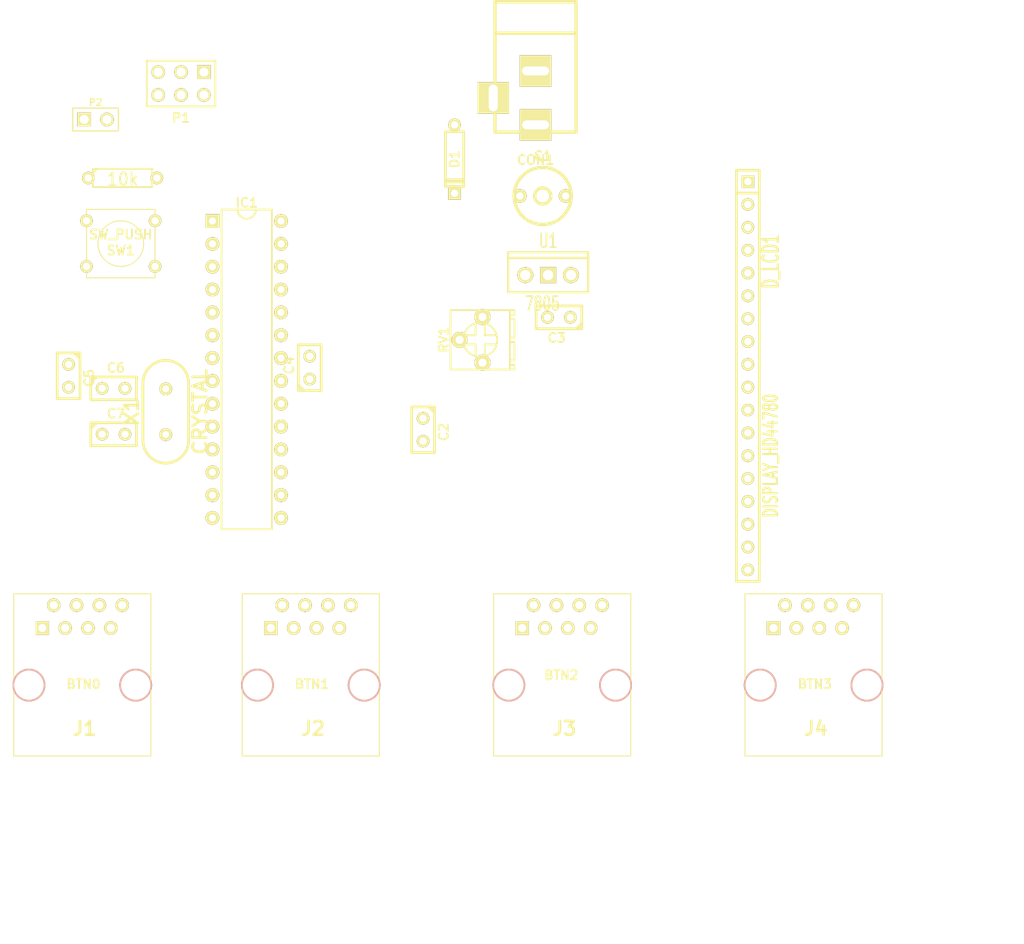
<source format=kicad_pcb>
(kicad_pcb (version 3) (host pcbnew "(2013-mar-30)-stable")

  (general
    (links 69)
    (no_connects 69)
    (area 24 12.454879 140.458334 119)
    (thickness 1.6)
    (drawings 2)
    (tracks 0)
    (zones 0)
    (modules 22)
    (nets 28)
  )

  (page A3)
  (layers
    (15 F.Cu signal)
    (0 B.Cu signal)
    (16 B.Adhes user)
    (17 F.Adhes user)
    (18 B.Paste user)
    (19 F.Paste user)
    (20 B.SilkS user)
    (21 F.SilkS user)
    (22 B.Mask user)
    (23 F.Mask user)
    (24 Dwgs.User user)
    (25 Cmts.User user)
    (26 Eco1.User user)
    (27 Eco2.User user)
    (28 Edge.Cuts user)
  )

  (setup
    (last_trace_width 0.5)
    (trace_clearance 0.254)
    (zone_clearance 0.254)
    (zone_45_only no)
    (trace_min 0.254)
    (segment_width 0.2)
    (edge_width 0.15)
    (via_size 0.889)
    (via_drill 0.635)
    (via_min_size 0.889)
    (via_min_drill 0.508)
    (uvia_size 0.508)
    (uvia_drill 0.127)
    (uvias_allowed no)
    (uvia_min_size 0.508)
    (uvia_min_drill 0.127)
    (pcb_text_width 0.3)
    (pcb_text_size 1 1)
    (mod_edge_width 0.15)
    (mod_text_size 1 1)
    (mod_text_width 0.15)
    (pad_size 1 1)
    (pad_drill 0.6)
    (pad_to_mask_clearance 0)
    (aux_axis_origin 0 0)
    (visible_elements FFFFFFBF)
    (pcbplotparams
      (layerselection 3178497)
      (usegerberextensions true)
      (excludeedgelayer true)
      (linewidth 152400)
      (plotframeref false)
      (viasonmask false)
      (mode 1)
      (useauxorigin false)
      (hpglpennumber 1)
      (hpglpenspeed 20)
      (hpglpendiameter 15)
      (hpglpenoverlay 2)
      (psnegative false)
      (psa4output false)
      (plotreference true)
      (plotvalue true)
      (plotothertext true)
      (plotinvisibletext false)
      (padsonsilk false)
      (subtractmaskfromsilk false)
      (outputformat 1)
      (mirror false)
      (drillshape 1)
      (scaleselection 1)
      (outputdirectory ""))
  )

  (net 0 "")
  (net 1 +BATT)
  (net 2 /DB4)
  (net 3 /DB5)
  (net 4 /DB6)
  (net 5 /DB7)
  (net 6 /EN)
  (net 7 /LED0)
  (net 8 /LED1)
  (net 9 /LED2)
  (net 10 /LED3)
  (net 11 /MISO)
  (net 12 /MOSI)
  (net 13 /RESET)
  (net 14 /RS)
  (net 15 /RXD)
  (net 16 /SCK)
  (net 17 /SW0)
  (net 18 /SW1)
  (net 19 /SW2)
  (net 20 /SW3)
  (net 21 /TXD)
  (net 22 /XTAL1)
  (net 23 /XTAL2)
  (net 24 GND)
  (net 25 N-0000046)
  (net 26 N-0000050)
  (net 27 VCC)

  (net_class Default "This is the default net class."
    (clearance 0.254)
    (trace_width 0.5)
    (via_dia 0.889)
    (via_drill 0.635)
    (uvia_dia 0.508)
    (uvia_drill 0.127)
    (add_net "")
    (add_net +BATT)
    (add_net /DB4)
    (add_net /DB5)
    (add_net /DB6)
    (add_net /DB7)
    (add_net /EN)
    (add_net /LED0)
    (add_net /LED1)
    (add_net /LED2)
    (add_net /LED3)
    (add_net /MISO)
    (add_net /MOSI)
    (add_net /RESET)
    (add_net /RS)
    (add_net /RXD)
    (add_net /SCK)
    (add_net /SW0)
    (add_net /SW1)
    (add_net /SW2)
    (add_net /SW3)
    (add_net /TXD)
    (add_net /XTAL1)
    (add_net /XTAL2)
    (add_net GND)
    (add_net N-0000046)
    (add_net N-0000050)
    (add_net VCC)
  )

  (net_class +BATT ""
    (clearance 0.254)
    (trace_width 0.6)
    (via_dia 0.889)
    (via_drill 0.635)
    (uvia_dia 0.508)
    (uvia_drill 0.127)
  )

  (net_class VCC ""
    (clearance 0.254)
    (trace_width 0.5)
    (via_dia 0.889)
    (via_drill 0.635)
    (uvia_dia 0.508)
    (uvia_drill 0.127)
  )

  (module SW_PUSH_SMALL (layer F.Cu) (tedit 46544DB3) (tstamp 51A2BC56)
    (at 37.3 39.8 180)
    (path /51A2C4A1)
    (fp_text reference SW1 (at 0 -0.762 180) (layer F.SilkS)
      (effects (font (size 1.016 1.016) (thickness 0.2032)))
    )
    (fp_text value SW_PUSH (at 0 1.016 180) (layer F.SilkS)
      (effects (font (size 1.016 1.016) (thickness 0.2032)))
    )
    (fp_circle (center 0 0) (end 0 -2.54) (layer F.SilkS) (width 0.127))
    (fp_line (start -3.81 -3.81) (end 3.81 -3.81) (layer F.SilkS) (width 0.127))
    (fp_line (start 3.81 -3.81) (end 3.81 3.81) (layer F.SilkS) (width 0.127))
    (fp_line (start 3.81 3.81) (end -3.81 3.81) (layer F.SilkS) (width 0.127))
    (fp_line (start -3.81 -3.81) (end -3.81 3.81) (layer F.SilkS) (width 0.127))
    (pad 1 thru_hole circle (at 3.81 -2.54 180) (size 1.397 1.397) (drill 0.8128)
      (layers *.Cu *.Mask F.SilkS)
      (net 24 GND)
    )
    (pad 2 thru_hole circle (at 3.81 2.54 180) (size 1.397 1.397) (drill 0.8128)
      (layers *.Cu *.Mask F.SilkS)
      (net 13 /RESET)
    )
    (pad 1 thru_hole circle (at -3.81 -2.54 180) (size 1.397 1.397) (drill 0.8128)
      (layers *.Cu *.Mask F.SilkS)
      (net 24 GND)
    )
    (pad 2 thru_hole circle (at -3.81 2.54 180) (size 1.397 1.397) (drill 0.8128)
      (layers *.Cu *.Mask F.SilkS)
      (net 13 /RESET)
    )
  )

  (module RJ45_8 (layer F.Cu) (tedit 4745DA96) (tstamp 51A2BC68)
    (at 114.3 88.9)
    (tags RJ45)
    (path /51A2BCFC)
    (fp_text reference J4 (at 0.254 4.826) (layer F.SilkS)
      (effects (font (size 1.524 1.524) (thickness 0.3048)))
    )
    (fp_text value BTN3 (at 0.14224 -0.1016) (layer F.SilkS)
      (effects (font (size 1.00076 1.00076) (thickness 0.2032)))
    )
    (fp_line (start -7.62 7.874) (end 7.62 7.874) (layer F.SilkS) (width 0.127))
    (fp_line (start 7.62 7.874) (end 7.62 -10.16) (layer F.SilkS) (width 0.127))
    (fp_line (start 7.62 -10.16) (end -7.62 -10.16) (layer F.SilkS) (width 0.127))
    (fp_line (start -7.62 -10.16) (end -7.62 7.874) (layer F.SilkS) (width 0.127))
    (pad Hole np_thru_hole circle (at 5.93852 0) (size 3.64998 3.64998) (drill 3.2512)
      (layers *.Cu *.SilkS *.Mask)
    )
    (pad Hole np_thru_hole circle (at -5.9309 0) (size 3.64998 3.64998) (drill 3.2512)
      (layers *.Cu *.SilkS *.Mask)
    )
    (pad 1 thru_hole rect (at -4.445 -6.35) (size 1.50114 1.50114) (drill 0.89916)
      (layers *.Cu *.Mask F.SilkS)
      (net 27 VCC)
    )
    (pad 2 thru_hole circle (at -3.175 -8.89) (size 1.50114 1.50114) (drill 0.89916)
      (layers *.Cu *.Mask F.SilkS)
    )
    (pad 3 thru_hole circle (at -1.905 -6.35) (size 1.50114 1.50114) (drill 0.89916)
      (layers *.Cu *.Mask F.SilkS)
      (net 20 /SW3)
    )
    (pad 4 thru_hole circle (at -0.635 -8.89) (size 1.50114 1.50114) (drill 0.89916)
      (layers *.Cu *.Mask F.SilkS)
    )
    (pad 5 thru_hole circle (at 0.635 -6.35) (size 1.50114 1.50114) (drill 0.89916)
      (layers *.Cu *.Mask F.SilkS)
    )
    (pad 6 thru_hole circle (at 1.905 -8.89) (size 1.50114 1.50114) (drill 0.89916)
      (layers *.Cu *.Mask F.SilkS)
      (net 10 /LED3)
    )
    (pad 7 thru_hole circle (at 3.175 -6.35) (size 1.50114 1.50114) (drill 0.89916)
      (layers *.Cu *.Mask F.SilkS)
    )
    (pad 8 thru_hole circle (at 4.445 -8.89) (size 1.50114 1.50114) (drill 0.89916)
      (layers *.Cu *.Mask F.SilkS)
      (net 24 GND)
    )
    (model connectors/RJ45_8.wrl
      (at (xyz 0 0 0))
      (scale (xyz 0.4 0.4 0.4))
      (rotate (xyz 0 0 0))
    )
  )

  (module RJ45_8 (layer F.Cu) (tedit 4745DA96) (tstamp 51A2BC7A)
    (at 58.42 88.9)
    (tags RJ45)
    (path /51A2BCE6)
    (fp_text reference J2 (at 0.254 4.826) (layer F.SilkS)
      (effects (font (size 1.524 1.524) (thickness 0.3048)))
    )
    (fp_text value BTN1 (at 0.14224 -0.1016) (layer F.SilkS)
      (effects (font (size 1.00076 1.00076) (thickness 0.2032)))
    )
    (fp_line (start -7.62 7.874) (end 7.62 7.874) (layer F.SilkS) (width 0.127))
    (fp_line (start 7.62 7.874) (end 7.62 -10.16) (layer F.SilkS) (width 0.127))
    (fp_line (start 7.62 -10.16) (end -7.62 -10.16) (layer F.SilkS) (width 0.127))
    (fp_line (start -7.62 -10.16) (end -7.62 7.874) (layer F.SilkS) (width 0.127))
    (pad Hole np_thru_hole circle (at 5.93852 0) (size 3.64998 3.64998) (drill 3.2512)
      (layers *.Cu *.SilkS *.Mask)
    )
    (pad Hole np_thru_hole circle (at -5.9309 0) (size 3.64998 3.64998) (drill 3.2512)
      (layers *.Cu *.SilkS *.Mask)
    )
    (pad 1 thru_hole rect (at -4.445 -6.35) (size 1.50114 1.50114) (drill 0.89916)
      (layers *.Cu *.Mask F.SilkS)
      (net 27 VCC)
    )
    (pad 2 thru_hole circle (at -3.175 -8.89) (size 1.50114 1.50114) (drill 0.89916)
      (layers *.Cu *.Mask F.SilkS)
      (net 18 /SW1)
    )
    (pad 3 thru_hole circle (at -1.905 -6.35) (size 1.50114 1.50114) (drill 0.89916)
      (layers *.Cu *.Mask F.SilkS)
    )
    (pad 4 thru_hole circle (at -0.635 -8.89) (size 1.50114 1.50114) (drill 0.89916)
      (layers *.Cu *.Mask F.SilkS)
    )
    (pad 5 thru_hole circle (at 0.635 -6.35) (size 1.50114 1.50114) (drill 0.89916)
      (layers *.Cu *.Mask F.SilkS)
    )
    (pad 6 thru_hole circle (at 1.905 -8.89) (size 1.50114 1.50114) (drill 0.89916)
      (layers *.Cu *.Mask F.SilkS)
      (net 8 /LED1)
    )
    (pad 7 thru_hole circle (at 3.175 -6.35) (size 1.50114 1.50114) (drill 0.89916)
      (layers *.Cu *.Mask F.SilkS)
    )
    (pad 8 thru_hole circle (at 4.445 -8.89) (size 1.50114 1.50114) (drill 0.89916)
      (layers *.Cu *.Mask F.SilkS)
      (net 24 GND)
    )
    (model connectors/RJ45_8.wrl
      (at (xyz 0 0 0))
      (scale (xyz 0.4 0.4 0.4))
      (rotate (xyz 0 0 0))
    )
  )

  (module RJ45_8 (layer F.Cu) (tedit 4745DA96) (tstamp 51A2BC8C)
    (at 33.02 88.9)
    (tags RJ45)
    (path /51A2BCD0)
    (fp_text reference J1 (at 0.254 4.826) (layer F.SilkS)
      (effects (font (size 1.524 1.524) (thickness 0.3048)))
    )
    (fp_text value BTN0 (at 0.14224 -0.1016) (layer F.SilkS)
      (effects (font (size 1.00076 1.00076) (thickness 0.2032)))
    )
    (fp_line (start -7.62 7.874) (end 7.62 7.874) (layer F.SilkS) (width 0.127))
    (fp_line (start 7.62 7.874) (end 7.62 -10.16) (layer F.SilkS) (width 0.127))
    (fp_line (start 7.62 -10.16) (end -7.62 -10.16) (layer F.SilkS) (width 0.127))
    (fp_line (start -7.62 -10.16) (end -7.62 7.874) (layer F.SilkS) (width 0.127))
    (pad Hole np_thru_hole circle (at 5.93852 0) (size 3.64998 3.64998) (drill 3.2512)
      (layers *.Cu *.SilkS *.Mask)
    )
    (pad Hole np_thru_hole circle (at -5.9309 0) (size 3.64998 3.64998) (drill 3.2512)
      (layers *.Cu *.SilkS *.Mask)
    )
    (pad 1 thru_hole rect (at -4.445 -6.35) (size 1.50114 1.50114) (drill 0.89916)
      (layers *.Cu *.Mask F.SilkS)
      (net 27 VCC)
    )
    (pad 2 thru_hole circle (at -3.175 -8.89) (size 1.50114 1.50114) (drill 0.89916)
      (layers *.Cu *.Mask F.SilkS)
    )
    (pad 3 thru_hole circle (at -1.905 -6.35) (size 1.50114 1.50114) (drill 0.89916)
      (layers *.Cu *.Mask F.SilkS)
      (net 17 /SW0)
    )
    (pad 4 thru_hole circle (at -0.635 -8.89) (size 1.50114 1.50114) (drill 0.89916)
      (layers *.Cu *.Mask F.SilkS)
    )
    (pad 5 thru_hole circle (at 0.635 -6.35) (size 1.50114 1.50114) (drill 0.89916)
      (layers *.Cu *.Mask F.SilkS)
    )
    (pad 6 thru_hole circle (at 1.905 -8.89) (size 1.50114 1.50114) (drill 0.89916)
      (layers *.Cu *.Mask F.SilkS)
      (net 7 /LED0)
    )
    (pad 7 thru_hole circle (at 3.175 -6.35) (size 1.50114 1.50114) (drill 0.89916)
      (layers *.Cu *.Mask F.SilkS)
    )
    (pad 8 thru_hole circle (at 4.445 -8.89) (size 1.50114 1.50114) (drill 0.89916)
      (layers *.Cu *.Mask F.SilkS)
      (net 24 GND)
    )
    (model connectors/RJ45_8.wrl
      (at (xyz 0 0 0))
      (scale (xyz 0.4 0.4 0.4))
      (rotate (xyz 0 0 0))
    )
  )

  (module RJ45_8 (layer F.Cu) (tedit 51A2C522) (tstamp 51A2BC9E)
    (at 86.36 88.9)
    (tags RJ45)
    (path /51A2BC0F)
    (fp_text reference J3 (at 0.254 4.826) (layer F.SilkS)
      (effects (font (size 1.524 1.524) (thickness 0.3048)))
    )
    (fp_text value BTN2 (at -0.1 -1.1) (layer F.SilkS)
      (effects (font (size 1.00076 1.00076) (thickness 0.2032)))
    )
    (fp_line (start -7.62 7.874) (end 7.62 7.874) (layer F.SilkS) (width 0.127))
    (fp_line (start 7.62 7.874) (end 7.62 -10.16) (layer F.SilkS) (width 0.127))
    (fp_line (start 7.62 -10.16) (end -7.62 -10.16) (layer F.SilkS) (width 0.127))
    (fp_line (start -7.62 -10.16) (end -7.62 7.874) (layer F.SilkS) (width 0.127))
    (pad Hole np_thru_hole circle (at 5.93852 0) (size 3.64998 3.64998) (drill 3.2512)
      (layers *.Cu *.SilkS *.Mask)
    )
    (pad Hole np_thru_hole circle (at -5.9309 0) (size 3.64998 3.64998) (drill 3.2512)
      (layers *.Cu *.SilkS *.Mask)
    )
    (pad 1 thru_hole rect (at -4.445 -6.35) (size 1.50114 1.50114) (drill 0.89916)
      (layers *.Cu *.Mask F.SilkS)
      (net 27 VCC)
    )
    (pad 2 thru_hole circle (at -3.175 -8.89) (size 1.50114 1.50114) (drill 0.89916)
      (layers *.Cu *.Mask F.SilkS)
    )
    (pad 3 thru_hole circle (at -1.905 -6.35) (size 1.50114 1.50114) (drill 0.89916)
      (layers *.Cu *.Mask F.SilkS)
      (net 19 /SW2)
    )
    (pad 4 thru_hole circle (at -0.635 -8.89) (size 1.50114 1.50114) (drill 0.89916)
      (layers *.Cu *.Mask F.SilkS)
    )
    (pad 5 thru_hole circle (at 0.635 -6.35) (size 1.50114 1.50114) (drill 0.89916)
      (layers *.Cu *.Mask F.SilkS)
    )
    (pad 6 thru_hole circle (at 1.905 -8.89) (size 1.50114 1.50114) (drill 0.89916)
      (layers *.Cu *.Mask F.SilkS)
      (net 9 /LED2)
    )
    (pad 7 thru_hole circle (at 3.175 -6.35) (size 1.50114 1.50114) (drill 0.89916)
      (layers *.Cu *.Mask F.SilkS)
    )
    (pad 8 thru_hole circle (at 4.445 -8.89) (size 1.50114 1.50114) (drill 0.89916)
      (layers *.Cu *.Mask F.SilkS)
      (net 24 GND)
    )
    (model connectors/RJ45_8.wrl
      (at (xyz 0 0 0))
      (scale (xyz 0.4 0.4 0.4))
      (rotate (xyz 0 0 0))
    )
  )

  (module R_TRIM_3362P (layer F.Cu) (tedit 48C275DB) (tstamp 51A2BCBE)
    (at 77.5 50.5 90)
    (descr "Bourns 1/4\" Square Trimming Potentiometer")
    (path /51A2B96E)
    (fp_text reference RV1 (at 0 -4.318 90) (layer F.SilkS)
      (effects (font (size 1.016 1.016) (thickness 0.2032)))
    )
    (fp_text value 10k (at 0 4.318 90) (layer F.SilkS) hide
      (effects (font (size 1.016 1.016) (thickness 0.2032)))
    )
    (fp_line (start -2.794 3.048) (end -2.794 3.556) (layer F.SilkS) (width 0.2032))
    (fp_line (start -2.794 3.556) (end -3.302 3.556) (layer F.SilkS) (width 0.2032))
    (fp_line (start -3.302 3.556) (end -3.302 3.048) (layer F.SilkS) (width 0.2032))
    (fp_line (start -0.254 3.048) (end -0.254 3.556) (layer F.SilkS) (width 0.2032))
    (fp_line (start -0.254 3.556) (end -2.286 3.556) (layer F.SilkS) (width 0.2032))
    (fp_line (start -2.286 3.556) (end -2.286 3.048) (layer F.SilkS) (width 0.2032))
    (fp_line (start 2.286 3.048) (end 2.286 3.556) (layer F.SilkS) (width 0.2032))
    (fp_line (start 2.286 3.556) (end 0.254 3.556) (layer F.SilkS) (width 0.2032))
    (fp_line (start 0.254 3.556) (end 0.254 3.048) (layer F.SilkS) (width 0.2032))
    (fp_line (start 3.302 3.048) (end 3.302 3.556) (layer F.SilkS) (width 0.2032))
    (fp_line (start 3.302 3.556) (end 2.794 3.556) (layer F.SilkS) (width 0.2032))
    (fp_line (start 2.794 3.556) (end 2.794 3.048) (layer F.SilkS) (width 0.2032))
    (fp_line (start 3.302 -3.556) (end 3.302 3.048) (layer F.SilkS) (width 0.2032))
    (fp_line (start 3.302 3.048) (end -3.302 3.048) (layer F.SilkS) (width 0.2032))
    (fp_line (start -3.302 3.048) (end -3.302 -3.556) (layer F.SilkS) (width 0.2032))
    (fp_line (start -3.302 -3.556) (end 3.302 -3.556) (layer F.SilkS) (width 0.2032))
    (fp_line (start -0.508 1.524) (end -0.508 0.254) (layer F.SilkS) (width 0.2032))
    (fp_line (start -0.508 0.254) (end -1.778 0.254) (layer F.SilkS) (width 0.2032))
    (fp_line (start 1.778 0.254) (end 0.508 0.254) (layer F.SilkS) (width 0.2032))
    (fp_line (start 0.508 0.254) (end 0.508 1.524) (layer F.SilkS) (width 0.2032))
    (fp_line (start 0.508 -2.032) (end 0.508 -0.762) (layer F.SilkS) (width 0.2032))
    (fp_line (start 0.508 -0.762) (end 1.778 -0.762) (layer F.SilkS) (width 0.2032))
    (fp_line (start -1.778 -0.762) (end -0.508 -0.762) (layer F.SilkS) (width 0.2032))
    (fp_line (start -0.508 -0.762) (end -0.508 -2.032) (layer F.SilkS) (width 0.2032))
    (fp_circle (center 0 -0.254) (end 1.905 -0.254) (layer F.SilkS) (width 0.2032))
    (pad 1 thru_hole circle (at -2.54 0 90) (size 1.778 1.778) (drill 0.89916)
      (layers *.Cu *.Mask F.SilkS)
      (net 27 VCC)
    )
    (pad 2 thru_hole circle (at 0 -2.54 90) (size 1.778 1.778) (drill 0.89916)
      (layers *.Cu *.Mask F.SilkS)
      (net 25 N-0000046)
    )
    (pad 3 thru_hole circle (at 2.54 0 90) (size 1.778 1.778) (drill 0.89916)
      (layers *.Cu *.Mask F.SilkS)
      (net 24 GND)
    )
    (model pots/bourns_3362P.wrl
      (at (xyz 0 0 0))
      (scale (xyz 1 1 1))
      (rotate (xyz 0 0 0))
    )
  )

  (module R3 (layer F.Cu) (tedit 51A2C031) (tstamp 51A2BCCC)
    (at 37.5 32.5)
    (descr "Resitance 3 pas")
    (tags R)
    (path /51A2C398)
    (autoplace_cost180 10)
    (fp_text reference R1 (at 0 0.127) (layer F.SilkS) hide
      (effects (font (size 1.397 1.27) (thickness 0.2032)))
    )
    (fp_text value 10k (at 0 0.127) (layer F.SilkS)
      (effects (font (size 1.397 1.27) (thickness 0.2032)))
    )
    (fp_line (start -3.81 0) (end -3.302 0) (layer F.SilkS) (width 0.2032))
    (fp_line (start 3.81 0) (end 3.302 0) (layer F.SilkS) (width 0.2032))
    (fp_line (start 3.302 0) (end 3.302 -1.016) (layer F.SilkS) (width 0.2032))
    (fp_line (start 3.302 -1.016) (end -3.302 -1.016) (layer F.SilkS) (width 0.2032))
    (fp_line (start -3.302 -1.016) (end -3.302 1.016) (layer F.SilkS) (width 0.2032))
    (fp_line (start -3.302 1.016) (end 3.302 1.016) (layer F.SilkS) (width 0.2032))
    (fp_line (start 3.302 1.016) (end 3.302 0) (layer F.SilkS) (width 0.2032))
    (fp_line (start -3.302 -0.508) (end -2.794 -1.016) (layer F.SilkS) (width 0.2032))
    (pad 1 thru_hole circle (at -3.81 0) (size 1.397 1.397) (drill 0.8128)
      (layers *.Cu *.Mask F.SilkS)
      (net 27 VCC)
    )
    (pad 2 thru_hole circle (at 3.81 0) (size 1.397 1.397) (drill 0.8128)
      (layers *.Cu *.Mask F.SilkS)
      (net 13 /RESET)
    )
    (model discret/resistor.wrl
      (at (xyz 0 0 0))
      (scale (xyz 0.3 0.3 0.3))
      (rotate (xyz 0 0 0))
    )
  )

  (module pin_array_3x2 (layer F.Cu) (tedit 42931587) (tstamp 51A2BCF2)
    (at 44 22 180)
    (descr "Double rangee de contacts 2 x 4 pins")
    (tags CONN)
    (path /51A2C8D2)
    (fp_text reference P1 (at 0 -3.81 180) (layer F.SilkS)
      (effects (font (size 1.016 1.016) (thickness 0.2032)))
    )
    (fp_text value AVR-ISP (at 0 3.81 180) (layer F.SilkS) hide
      (effects (font (size 1.016 1.016) (thickness 0.2032)))
    )
    (fp_line (start 3.81 2.54) (end -3.81 2.54) (layer F.SilkS) (width 0.2032))
    (fp_line (start -3.81 -2.54) (end 3.81 -2.54) (layer F.SilkS) (width 0.2032))
    (fp_line (start 3.81 -2.54) (end 3.81 2.54) (layer F.SilkS) (width 0.2032))
    (fp_line (start -3.81 2.54) (end -3.81 -2.54) (layer F.SilkS) (width 0.2032))
    (pad 1 thru_hole rect (at -2.54 1.27 180) (size 1.524 1.524) (drill 1.016)
      (layers *.Cu *.Mask F.SilkS)
      (net 11 /MISO)
    )
    (pad 2 thru_hole circle (at -2.54 -1.27 180) (size 1.524 1.524) (drill 1.016)
      (layers *.Cu *.Mask F.SilkS)
      (net 27 VCC)
    )
    (pad 3 thru_hole circle (at 0 1.27 180) (size 1.524 1.524) (drill 1.016)
      (layers *.Cu *.Mask F.SilkS)
      (net 16 /SCK)
    )
    (pad 4 thru_hole circle (at 0 -1.27 180) (size 1.524 1.524) (drill 1.016)
      (layers *.Cu *.Mask F.SilkS)
      (net 12 /MOSI)
    )
    (pad 5 thru_hole circle (at 2.54 1.27 180) (size 1.524 1.524) (drill 1.016)
      (layers *.Cu *.Mask F.SilkS)
      (net 13 /RESET)
    )
    (pad 6 thru_hole circle (at 2.54 -1.27 180) (size 1.524 1.524) (drill 1.016)
      (layers *.Cu *.Mask F.SilkS)
      (net 24 GND)
    )
    (model pin_array/pins_array_3x2.wrl
      (at (xyz 0 0 0))
      (scale (xyz 1 1 1))
      (rotate (xyz 0 0 0))
    )
  )

  (module PIN_ARRAY_2X1 (layer F.Cu) (tedit 4565C520) (tstamp 51A2BCFC)
    (at 34.5 26)
    (descr "Connecteurs 2 pins")
    (tags "CONN DEV")
    (path /51A2EC30)
    (fp_text reference P2 (at 0 -1.905) (layer F.SilkS)
      (effects (font (size 0.762 0.762) (thickness 0.1524)))
    )
    (fp_text value USART (at 0 -1.905) (layer F.SilkS) hide
      (effects (font (size 0.762 0.762) (thickness 0.1524)))
    )
    (fp_line (start -2.54 1.27) (end -2.54 -1.27) (layer F.SilkS) (width 0.1524))
    (fp_line (start -2.54 -1.27) (end 2.54 -1.27) (layer F.SilkS) (width 0.1524))
    (fp_line (start 2.54 -1.27) (end 2.54 1.27) (layer F.SilkS) (width 0.1524))
    (fp_line (start 2.54 1.27) (end -2.54 1.27) (layer F.SilkS) (width 0.1524))
    (pad 1 thru_hole rect (at -1.27 0) (size 1.524 1.524) (drill 1.016)
      (layers *.Cu *.Mask F.SilkS)
      (net 21 /TXD)
    )
    (pad 2 thru_hole circle (at 1.27 0) (size 1.524 1.524) (drill 1.016)
      (layers *.Cu *.Mask F.SilkS)
      (net 15 /RXD)
    )
    (model pin_array/pins_array_2x1.wrl
      (at (xyz 0 0 0))
      (scale (xyz 1 1 1))
      (rotate (xyz 0 0 0))
    )
  )

  (module LM78XXV (layer F.Cu) (tedit 4C5EE157) (tstamp 51A2BD0A)
    (at 84.8 43.3 90)
    (descr "Regulateur TO220 serie LM78xx")
    (tags "TR TO220")
    (path /51A2B223)
    (fp_text reference U1 (at 3.81 0 180) (layer F.SilkS)
      (effects (font (size 1.524 1.016) (thickness 0.2032)))
    )
    (fp_text value 7805 (at -3.175 -0.635 180) (layer F.SilkS)
      (effects (font (size 1.524 1.016) (thickness 0.2032)))
    )
    (fp_line (start 1.905 -4.445) (end 2.54 -4.445) (layer F.SilkS) (width 0.254))
    (fp_line (start 2.54 -4.445) (end 2.54 4.445) (layer F.SilkS) (width 0.254))
    (fp_line (start 2.54 4.445) (end 1.905 4.445) (layer F.SilkS) (width 0.254))
    (fp_line (start -1.905 -4.445) (end 1.905 -4.445) (layer F.SilkS) (width 0.254))
    (fp_line (start 1.905 -4.445) (end 1.905 4.445) (layer F.SilkS) (width 0.254))
    (fp_line (start 1.905 4.445) (end -1.905 4.445) (layer F.SilkS) (width 0.254))
    (fp_line (start -1.905 4.445) (end -1.905 -4.445) (layer F.SilkS) (width 0.254))
    (pad VI thru_hole circle (at 0 -2.54 90) (size 1.778 1.778) (drill 1.143)
      (layers *.Cu *.Mask F.SilkS)
      (net 26 N-0000050)
    )
    (pad GND thru_hole rect (at 0 0 90) (size 1.778 1.778) (drill 1.143)
      (layers *.Cu *.Mask F.SilkS)
      (net 24 GND)
    )
    (pad VO thru_hole circle (at 0 2.54 90) (size 1.778 1.778) (drill 1.143)
      (layers *.Cu *.Mask F.SilkS)
      (net 27 VCC)
    )
  )

  (module HC-49V (layer F.Cu) (tedit 4C5EC450) (tstamp 51A2BD16)
    (at 42.3 58.5 90)
    (descr "Quartz boitier HC-49 Vertical")
    (tags "QUARTZ DEV")
    (path /51A2CBF3)
    (autoplace_cost180 10)
    (fp_text reference X1 (at 0 -3.81 90) (layer F.SilkS)
      (effects (font (size 1.524 1.524) (thickness 0.3048)))
    )
    (fp_text value CRYSTAL (at 0 3.81 90) (layer F.SilkS)
      (effects (font (size 1.524 1.524) (thickness 0.3048)))
    )
    (fp_line (start -3.175 2.54) (end 3.175 2.54) (layer F.SilkS) (width 0.3175))
    (fp_line (start -3.175 -2.54) (end 3.175 -2.54) (layer F.SilkS) (width 0.3175))
    (fp_arc (start 3.175 0) (end 3.175 -2.54) (angle 90) (layer F.SilkS) (width 0.3175))
    (fp_arc (start 3.175 0) (end 5.715 0) (angle 90) (layer F.SilkS) (width 0.3175))
    (fp_arc (start -3.175 0) (end -5.715 0) (angle 90) (layer F.SilkS) (width 0.3175))
    (fp_arc (start -3.175 0) (end -3.175 2.54) (angle 90) (layer F.SilkS) (width 0.3175))
    (pad 1 thru_hole circle (at -2.54 0 90) (size 1.4224 1.4224) (drill 0.762)
      (layers *.Cu *.Mask F.SilkS)
      (net 23 /XTAL2)
    )
    (pad 2 thru_hole circle (at 2.54 0 90) (size 1.4224 1.4224) (drill 0.762)
      (layers *.Cu *.Mask F.SilkS)
      (net 22 /XTAL1)
    )
    (model discret/xtal/crystal_hc18u_vertical.wrl
      (at (xyz 0 0 0))
      (scale (xyz 1 1 0.2))
      (rotate (xyz 0 0 0))
    )
  )

  (module DIL28_3 (layer F.Cu) (tedit 48CE3F97) (tstamp 51A2BDED)
    (at 51.3 53.8 270)
    (descr "Dual In Line 28 pins")
    (tags DIL)
    (path /51A2B214)
    (fp_text reference IC1 (at -18.542 0 360) (layer F.SilkS)
      (effects (font (size 1.016 1.016) (thickness 0.2032)))
    )
    (fp_text value ATMEGA328-P (at 0 0 270) (layer F.SilkS) hide
      (effects (font (size 1.016 1.016) (thickness 0.2032)))
    )
    (fp_line (start -17.78 -2.794) (end -17.78 2.794) (layer F.SilkS) (width 0.2032))
    (fp_line (start 17.78 -2.794) (end 17.78 2.794) (layer F.SilkS) (width 0.2032))
    (fp_line (start 17.78 2.794) (end -17.78 2.794) (layer F.SilkS) (width 0.2032))
    (fp_line (start -17.78 -2.794) (end 17.78 -2.794) (layer F.SilkS) (width 0.2032))
    (fp_arc (start -17.78 0) (end -17.78 -1.016) (angle 180) (layer F.SilkS) (width 0.2032))
    (pad 1 thru_hole rect (at -16.51 3.81 270) (size 1.524 1.524) (drill 0.7874)
      (layers *.Cu *.Mask F.SilkS)
      (net 13 /RESET)
    )
    (pad 2 thru_hole circle (at -13.97 3.81 270) (size 1.524 1.524) (drill 0.7874)
      (layers *.Cu *.Mask F.SilkS)
      (net 15 /RXD)
    )
    (pad 3 thru_hole circle (at -11.43 3.81 270) (size 1.524 1.524) (drill 0.7874)
      (layers *.Cu *.Mask F.SilkS)
      (net 21 /TXD)
    )
    (pad 4 thru_hole circle (at -8.89 3.81 270) (size 1.524 1.524) (drill 0.7874)
      (layers *.Cu *.Mask F.SilkS)
      (net 10 /LED3)
    )
    (pad 5 thru_hole circle (at -6.35 3.81 270) (size 1.524 1.524) (drill 0.7874)
      (layers *.Cu *.Mask F.SilkS)
      (net 9 /LED2)
    )
    (pad 6 thru_hole circle (at -3.81 3.81 270) (size 1.524 1.524) (drill 0.7874)
      (layers *.Cu *.Mask F.SilkS)
      (net 8 /LED1)
    )
    (pad 7 thru_hole circle (at -1.27 3.81 270) (size 1.524 1.524) (drill 0.7874)
      (layers *.Cu *.Mask F.SilkS)
      (net 27 VCC)
    )
    (pad 8 thru_hole circle (at 1.27 3.81 270) (size 1.524 1.524) (drill 0.7874)
      (layers *.Cu *.Mask F.SilkS)
      (net 24 GND)
    )
    (pad 9 thru_hole circle (at 3.81 3.81 270) (size 1.524 1.524) (drill 0.7874)
      (layers *.Cu *.Mask F.SilkS)
      (net 22 /XTAL1)
    )
    (pad 10 thru_hole circle (at 6.35 3.81 270) (size 1.524 1.524) (drill 0.7874)
      (layers *.Cu *.Mask F.SilkS)
      (net 23 /XTAL2)
    )
    (pad 11 thru_hole circle (at 8.89 3.81 270) (size 1.524 1.524) (drill 0.7874)
      (layers *.Cu *.Mask F.SilkS)
      (net 7 /LED0)
    )
    (pad 12 thru_hole circle (at 11.43 3.81 270) (size 1.524 1.524) (drill 0.7874)
      (layers *.Cu *.Mask F.SilkS)
      (net 14 /RS)
    )
    (pad 13 thru_hole circle (at 13.97 3.81 270) (size 1.524 1.524) (drill 0.7874)
      (layers *.Cu *.Mask F.SilkS)
      (net 2 /DB4)
    )
    (pad 14 thru_hole circle (at 16.51 3.81 270) (size 1.524 1.524) (drill 0.7874)
      (layers *.Cu *.Mask F.SilkS)
      (net 3 /DB5)
    )
    (pad 15 thru_hole circle (at 16.51 -3.81 270) (size 1.524 1.524) (drill 0.7874)
      (layers *.Cu *.Mask F.SilkS)
      (net 4 /DB6)
    )
    (pad 16 thru_hole circle (at 13.97 -3.81 270) (size 1.524 1.524) (drill 0.7874)
      (layers *.Cu *.Mask F.SilkS)
      (net 5 /DB7)
    )
    (pad 17 thru_hole circle (at 11.43 -3.81 270) (size 1.524 1.524) (drill 0.7874)
      (layers *.Cu *.Mask F.SilkS)
      (net 12 /MOSI)
    )
    (pad 18 thru_hole circle (at 8.89 -3.81 270) (size 1.524 1.524) (drill 0.7874)
      (layers *.Cu *.Mask F.SilkS)
      (net 11 /MISO)
    )
    (pad 19 thru_hole circle (at 6.35 -3.81 270) (size 1.524 1.524) (drill 0.7874)
      (layers *.Cu *.Mask F.SilkS)
      (net 16 /SCK)
    )
    (pad 20 thru_hole circle (at 3.81 -3.81 270) (size 1.524 1.524) (drill 0.7874)
      (layers *.Cu *.Mask F.SilkS)
      (net 27 VCC)
    )
    (pad 21 thru_hole circle (at 1.27 -3.81 270) (size 1.524 1.524) (drill 0.7874)
      (layers *.Cu *.Mask F.SilkS)
      (net 27 VCC)
    )
    (pad 22 thru_hole circle (at -1.27 -3.81 270) (size 1.524 1.524) (drill 0.7874)
      (layers *.Cu *.Mask F.SilkS)
      (net 24 GND)
    )
    (pad 23 thru_hole circle (at -3.81 -3.81 270) (size 1.524 1.524) (drill 0.7874)
      (layers *.Cu *.Mask F.SilkS)
      (net 17 /SW0)
    )
    (pad 24 thru_hole circle (at -6.35 -3.81 270) (size 1.524 1.524) (drill 0.7874)
      (layers *.Cu *.Mask F.SilkS)
      (net 18 /SW1)
    )
    (pad 25 thru_hole circle (at -8.89 -3.81 270) (size 1.524 1.524) (drill 0.7874)
      (layers *.Cu *.Mask F.SilkS)
      (net 19 /SW2)
    )
    (pad 26 thru_hole circle (at -11.43 -3.81 270) (size 1.524 1.524) (drill 0.7874)
      (layers *.Cu *.Mask F.SilkS)
      (net 20 /SW3)
    )
    (pad 27 thru_hole circle (at -13.97 -3.81 270) (size 1.524 1.524) (drill 0.7874)
      (layers *.Cu *.Mask F.SilkS)
    )
    (pad 28 thru_hole circle (at -16.51 -3.81 270) (size 1.524 1.524) (drill 0.7874)
      (layers *.Cu *.Mask F.SilkS)
      (net 6 /EN)
    )
    (model dil/dil_28_3.wrl
      (at (xyz 0 0 0))
      (scale (xyz 1 1 1))
      (rotate (xyz 0 0 0))
    )
  )

  (module D3 (layer F.Cu) (tedit 200000) (tstamp 51A2BD4B)
    (at 74.4 30.4 270)
    (descr "Diode 3 pas")
    (tags "DIODE DEV")
    (path /51A2B232)
    (fp_text reference D1 (at 0 0 270) (layer F.SilkS)
      (effects (font (size 1.016 1.016) (thickness 0.2032)))
    )
    (fp_text value 1N4001 (at 0 0 270) (layer F.SilkS) hide
      (effects (font (size 1.016 1.016) (thickness 0.2032)))
    )
    (fp_line (start 3.81 0) (end 3.048 0) (layer F.SilkS) (width 0.3048))
    (fp_line (start 3.048 0) (end 3.048 -1.016) (layer F.SilkS) (width 0.3048))
    (fp_line (start 3.048 -1.016) (end -3.048 -1.016) (layer F.SilkS) (width 0.3048))
    (fp_line (start -3.048 -1.016) (end -3.048 0) (layer F.SilkS) (width 0.3048))
    (fp_line (start -3.048 0) (end -3.81 0) (layer F.SilkS) (width 0.3048))
    (fp_line (start -3.048 0) (end -3.048 1.016) (layer F.SilkS) (width 0.3048))
    (fp_line (start -3.048 1.016) (end 3.048 1.016) (layer F.SilkS) (width 0.3048))
    (fp_line (start 3.048 1.016) (end 3.048 0) (layer F.SilkS) (width 0.3048))
    (fp_line (start 2.54 -1.016) (end 2.54 1.016) (layer F.SilkS) (width 0.3048))
    (fp_line (start 2.286 1.016) (end 2.286 -1.016) (layer F.SilkS) (width 0.3048))
    (pad 2 thru_hole rect (at 3.81 0 270) (size 1.397 1.397) (drill 0.8128)
      (layers *.Cu *.Mask F.SilkS)
      (net 26 N-0000050)
    )
    (pad 1 thru_hole circle (at -3.81 0 270) (size 1.397 1.397) (drill 0.8128)
      (layers *.Cu *.Mask F.SilkS)
      (net 1 +BATT)
    )
    (model discret/diode.wrl
      (at (xyz 0 0 0))
      (scale (xyz 0.3 0.3 0.3))
      (rotate (xyz 0 0 0))
    )
  )

  (module CV3-30PF (layer F.Cu) (tedit 200000) (tstamp 51A2BD53)
    (at 84.2 34.5 180)
    (descr "Condensateur ajustable miniature")
    (tags "C DEV")
    (path /51A2B443)
    (fp_text reference C1 (at 0 4.445 180) (layer F.SilkS)
      (effects (font (size 1.016 1.016) (thickness 0.2032)))
    )
    (fp_text value 100uF (at 0 4.445 180) (layer F.SilkS) hide
      (effects (font (size 1.016 1.016) (thickness 0.2032)))
    )
    (fp_circle (center 0 0) (end 3.175 0) (layer F.SilkS) (width 0.381))
    (fp_circle (center 0 0) (end 0.635 0.635) (layer F.SilkS) (width 0.381))
    (pad 1 thru_hole circle (at 2.54 0 180) (size 1.524 1.524) (drill 0.8128)
      (layers *.Cu *.Mask F.SilkS)
      (net 26 N-0000050)
    )
    (pad 2 thru_hole circle (at -2.54 0 180) (size 1.524 1.524) (drill 0.8128)
      (layers *.Cu *.Mask F.SilkS)
      (net 24 GND)
    )
  )

  (module C1 (layer F.Cu) (tedit 3F92C496) (tstamp 51A2BD5E)
    (at 31.5 54.5 270)
    (descr "Condensateur e = 1 pas")
    (tags C)
    (path /51A2B5B9)
    (fp_text reference C5 (at 0.254 -2.286 270) (layer F.SilkS)
      (effects (font (size 1.016 1.016) (thickness 0.2032)))
    )
    (fp_text value 100nF (at 0 -2.286 270) (layer F.SilkS) hide
      (effects (font (size 1.016 1.016) (thickness 0.2032)))
    )
    (fp_line (start -2.4892 -1.27) (end 2.54 -1.27) (layer F.SilkS) (width 0.3048))
    (fp_line (start 2.54 -1.27) (end 2.54 1.27) (layer F.SilkS) (width 0.3048))
    (fp_line (start 2.54 1.27) (end -2.54 1.27) (layer F.SilkS) (width 0.3048))
    (fp_line (start -2.54 1.27) (end -2.54 -1.27) (layer F.SilkS) (width 0.3048))
    (fp_line (start -2.54 -0.635) (end -1.905 -1.27) (layer F.SilkS) (width 0.3048))
    (pad 1 thru_hole circle (at -1.27 0 270) (size 1.397 1.397) (drill 0.8128)
      (layers *.Cu *.Mask F.SilkS)
      (net 27 VCC)
    )
    (pad 2 thru_hole circle (at 1.27 0 270) (size 1.397 1.397) (drill 0.8128)
      (layers *.Cu *.Mask F.SilkS)
      (net 24 GND)
    )
    (model discret/capa_1_pas.wrl
      (at (xyz 0 0 0))
      (scale (xyz 1 1 1))
      (rotate (xyz 0 0 0))
    )
  )

  (module C1 (layer F.Cu) (tedit 3F92C496) (tstamp 51A2BD69)
    (at 58.3 53.6 90)
    (descr "Condensateur e = 1 pas")
    (tags C)
    (path /51A2B5B3)
    (fp_text reference C4 (at 0.254 -2.286 90) (layer F.SilkS)
      (effects (font (size 1.016 1.016) (thickness 0.2032)))
    )
    (fp_text value 100nF (at 0 -2.286 90) (layer F.SilkS) hide
      (effects (font (size 1.016 1.016) (thickness 0.2032)))
    )
    (fp_line (start -2.4892 -1.27) (end 2.54 -1.27) (layer F.SilkS) (width 0.3048))
    (fp_line (start 2.54 -1.27) (end 2.54 1.27) (layer F.SilkS) (width 0.3048))
    (fp_line (start 2.54 1.27) (end -2.54 1.27) (layer F.SilkS) (width 0.3048))
    (fp_line (start -2.54 1.27) (end -2.54 -1.27) (layer F.SilkS) (width 0.3048))
    (fp_line (start -2.54 -0.635) (end -1.905 -1.27) (layer F.SilkS) (width 0.3048))
    (pad 1 thru_hole circle (at -1.27 0 90) (size 1.397 1.397) (drill 0.8128)
      (layers *.Cu *.Mask F.SilkS)
      (net 27 VCC)
    )
    (pad 2 thru_hole circle (at 1.27 0 90) (size 1.397 1.397) (drill 0.8128)
      (layers *.Cu *.Mask F.SilkS)
      (net 24 GND)
    )
    (model discret/capa_1_pas.wrl
      (at (xyz 0 0 0))
      (scale (xyz 1 1 1))
      (rotate (xyz 0 0 0))
    )
  )

  (module C1 (layer F.Cu) (tedit 3F92C496) (tstamp 51A2BD74)
    (at 70.9 60.5 270)
    (descr "Condensateur e = 1 pas")
    (tags C)
    (path /51A2B5A1)
    (fp_text reference C2 (at 0.254 -2.286 270) (layer F.SilkS)
      (effects (font (size 1.016 1.016) (thickness 0.2032)))
    )
    (fp_text value 100nF (at 0 -2.286 270) (layer F.SilkS) hide
      (effects (font (size 1.016 1.016) (thickness 0.2032)))
    )
    (fp_line (start -2.4892 -1.27) (end 2.54 -1.27) (layer F.SilkS) (width 0.3048))
    (fp_line (start 2.54 -1.27) (end 2.54 1.27) (layer F.SilkS) (width 0.3048))
    (fp_line (start 2.54 1.27) (end -2.54 1.27) (layer F.SilkS) (width 0.3048))
    (fp_line (start -2.54 1.27) (end -2.54 -1.27) (layer F.SilkS) (width 0.3048))
    (fp_line (start -2.54 -0.635) (end -1.905 -1.27) (layer F.SilkS) (width 0.3048))
    (pad 1 thru_hole circle (at -1.27 0 270) (size 1.397 1.397) (drill 0.8128)
      (layers *.Cu *.Mask F.SilkS)
      (net 27 VCC)
    )
    (pad 2 thru_hole circle (at 1.27 0 270) (size 1.397 1.397) (drill 0.8128)
      (layers *.Cu *.Mask F.SilkS)
      (net 24 GND)
    )
    (model discret/capa_1_pas.wrl
      (at (xyz 0 0 0))
      (scale (xyz 1 1 1))
      (rotate (xyz 0 0 0))
    )
  )

  (module C1 (layer F.Cu) (tedit 3F92C496) (tstamp 51A2BD7F)
    (at 86 48 180)
    (descr "Condensateur e = 1 pas")
    (tags C)
    (path /51A2B50A)
    (fp_text reference C3 (at 0.254 -2.286 180) (layer F.SilkS)
      (effects (font (size 1.016 1.016) (thickness 0.2032)))
    )
    (fp_text value 100nf (at 0 -2.286 180) (layer F.SilkS) hide
      (effects (font (size 1.016 1.016) (thickness 0.2032)))
    )
    (fp_line (start -2.4892 -1.27) (end 2.54 -1.27) (layer F.SilkS) (width 0.3048))
    (fp_line (start 2.54 -1.27) (end 2.54 1.27) (layer F.SilkS) (width 0.3048))
    (fp_line (start 2.54 1.27) (end -2.54 1.27) (layer F.SilkS) (width 0.3048))
    (fp_line (start -2.54 1.27) (end -2.54 -1.27) (layer F.SilkS) (width 0.3048))
    (fp_line (start -2.54 -0.635) (end -1.905 -1.27) (layer F.SilkS) (width 0.3048))
    (pad 1 thru_hole circle (at -1.27 0 180) (size 1.397 1.397) (drill 0.8128)
      (layers *.Cu *.Mask F.SilkS)
      (net 27 VCC)
    )
    (pad 2 thru_hole circle (at 1.27 0 180) (size 1.397 1.397) (drill 0.8128)
      (layers *.Cu *.Mask F.SilkS)
      (net 24 GND)
    )
    (model discret/capa_1_pas.wrl
      (at (xyz 0 0 0))
      (scale (xyz 1 1 1))
      (rotate (xyz 0 0 0))
    )
  )

  (module C1 (layer F.Cu) (tedit 3F92C496) (tstamp 51A2BD8A)
    (at 36.5 61)
    (descr "Condensateur e = 1 pas")
    (tags C)
    (path /51A2CC02)
    (fp_text reference C7 (at 0.254 -2.286) (layer F.SilkS)
      (effects (font (size 1.016 1.016) (thickness 0.2032)))
    )
    (fp_text value 18pF (at 0 -2.286) (layer F.SilkS) hide
      (effects (font (size 1.016 1.016) (thickness 0.2032)))
    )
    (fp_line (start -2.4892 -1.27) (end 2.54 -1.27) (layer F.SilkS) (width 0.3048))
    (fp_line (start 2.54 -1.27) (end 2.54 1.27) (layer F.SilkS) (width 0.3048))
    (fp_line (start 2.54 1.27) (end -2.54 1.27) (layer F.SilkS) (width 0.3048))
    (fp_line (start -2.54 1.27) (end -2.54 -1.27) (layer F.SilkS) (width 0.3048))
    (fp_line (start -2.54 -0.635) (end -1.905 -1.27) (layer F.SilkS) (width 0.3048))
    (pad 1 thru_hole circle (at -1.27 0) (size 1.397 1.397) (drill 0.8128)
      (layers *.Cu *.Mask F.SilkS)
      (net 24 GND)
    )
    (pad 2 thru_hole circle (at 1.27 0) (size 1.397 1.397) (drill 0.8128)
      (layers *.Cu *.Mask F.SilkS)
      (net 23 /XTAL2)
    )
    (model discret/capa_1_pas.wrl
      (at (xyz 0 0 0))
      (scale (xyz 1 1 1))
      (rotate (xyz 0 0 0))
    )
  )

  (module C1 (layer F.Cu) (tedit 3F92C496) (tstamp 51A2BD95)
    (at 36.5 55.9)
    (descr "Condensateur e = 1 pas")
    (tags C)
    (path /51A2CC1A)
    (fp_text reference C6 (at 0.254 -2.286) (layer F.SilkS)
      (effects (font (size 1.016 1.016) (thickness 0.2032)))
    )
    (fp_text value 18pF (at 0 -2.286) (layer F.SilkS) hide
      (effects (font (size 1.016 1.016) (thickness 0.2032)))
    )
    (fp_line (start -2.4892 -1.27) (end 2.54 -1.27) (layer F.SilkS) (width 0.3048))
    (fp_line (start 2.54 -1.27) (end 2.54 1.27) (layer F.SilkS) (width 0.3048))
    (fp_line (start 2.54 1.27) (end -2.54 1.27) (layer F.SilkS) (width 0.3048))
    (fp_line (start -2.54 1.27) (end -2.54 -1.27) (layer F.SilkS) (width 0.3048))
    (fp_line (start -2.54 -0.635) (end -1.905 -1.27) (layer F.SilkS) (width 0.3048))
    (pad 1 thru_hole circle (at -1.27 0) (size 1.397 1.397) (drill 0.8128)
      (layers *.Cu *.Mask F.SilkS)
      (net 24 GND)
    )
    (pad 2 thru_hole circle (at 1.27 0) (size 1.397 1.397) (drill 0.8128)
      (layers *.Cu *.Mask F.SilkS)
      (net 22 /XTAL1)
    )
    (model discret/capa_1_pas.wrl
      (at (xyz 0 0 0))
      (scale (xyz 1 1 1))
      (rotate (xyz 0 0 0))
    )
  )

  (module BARREL_JACK (layer F.Cu) (tedit 505F99C2) (tstamp 51A2BDA1)
    (at 83.4 20.4 270)
    (descr "DC Barrel Jack")
    (tags "Power Jack")
    (path /51A2B346)
    (fp_text reference CON1 (at 10.09904 0 360) (layer F.SilkS)
      (effects (font (size 1.016 1.016) (thickness 0.2032)))
    )
    (fp_text value PWR (at 0 -5.99948 270) (layer F.SilkS) hide
      (effects (font (size 1.016 1.016) (thickness 0.2032)))
    )
    (fp_line (start -4.0005 -4.50088) (end -4.0005 4.50088) (layer F.SilkS) (width 0.381))
    (fp_line (start -7.50062 -4.50088) (end -7.50062 4.50088) (layer F.SilkS) (width 0.381))
    (fp_line (start -7.50062 4.50088) (end 7.00024 4.50088) (layer F.SilkS) (width 0.381))
    (fp_line (start 7.00024 4.50088) (end 7.00024 -4.50088) (layer F.SilkS) (width 0.381))
    (fp_line (start 7.00024 -4.50088) (end -7.50062 -4.50088) (layer F.SilkS) (width 0.381))
    (pad 1 thru_hole rect (at 6.20014 0 270) (size 3.50012 3.50012) (drill oval 1.00076 2.99974)
      (layers *.Cu *.Mask F.SilkS)
      (net 1 +BATT)
    )
    (pad 2 thru_hole rect (at 0.20066 0 270) (size 3.50012 3.50012) (drill oval 1.00076 2.99974)
      (layers *.Cu *.Mask F.SilkS)
      (net 24 GND)
    )
    (pad 3 thru_hole rect (at 3.2004 4.699 270) (size 3.50012 3.50012) (drill oval 2.99974 1.00076)
      (layers *.Cu *.Mask F.SilkS)
      (net 24 GND)
    )
  )

  (module SIL-18 (layer F.Cu) (tedit 200000) (tstamp 51A2BCE4)
    (at 107 54.5 270)
    (descr "Connecteur 18 pins")
    (tags "CONN DEV")
    (path /51A2B30E)
    (fp_text reference D_LCD1 (at -12.7 -2.54 270) (layer F.SilkS)
      (effects (font (size 1.72974 1.08712) (thickness 0.3048)))
    )
    (fp_text value DISPLAY_HD44780 (at 8.89 -2.54 270) (layer F.SilkS)
      (effects (font (size 1.524 1.016) (thickness 0.3048)))
    )
    (fp_line (start -22.86 -1.27) (end 22.86 -1.27) (layer F.SilkS) (width 0.3048))
    (fp_line (start 22.86 -1.27) (end 22.86 1.27) (layer F.SilkS) (width 0.3048))
    (fp_line (start 22.86 1.27) (end -22.86 1.27) (layer F.SilkS) (width 0.3048))
    (fp_line (start -22.86 1.27) (end -22.86 -1.27) (layer F.SilkS) (width 0.3048))
    (fp_line (start -20.32 -1.27) (end -20.32 1.27) (layer F.SilkS) (width 0.3048))
    (pad 1 thru_hole rect (at -21.59 0 270) (size 1.397 1.397) (drill 0.8128)
      (layers *.Cu *.Mask F.SilkS)
      (net 24 GND)
    )
    (pad 2 thru_hole circle (at -19.05 0 270) (size 1.397 1.397) (drill 0.8128)
      (layers *.Cu *.Mask F.SilkS)
      (net 27 VCC)
    )
    (pad 3 thru_hole circle (at -16.51 0 270) (size 1.397 1.397) (drill 0.8128)
      (layers *.Cu *.Mask F.SilkS)
      (net 25 N-0000046)
    )
    (pad 4 thru_hole circle (at -13.97 0 270) (size 1.397 1.397) (drill 0.8128)
      (layers *.Cu *.Mask F.SilkS)
      (net 14 /RS)
    )
    (pad 5 thru_hole circle (at -11.43 0 270) (size 1.397 1.397) (drill 0.8128)
      (layers *.Cu *.Mask F.SilkS)
      (net 24 GND)
    )
    (pad 6 thru_hole circle (at -8.89 0 270) (size 1.397 1.397) (drill 0.8128)
      (layers *.Cu *.Mask F.SilkS)
      (net 6 /EN)
    )
    (pad 7 thru_hole circle (at -6.35 0 270) (size 1.397 1.397) (drill 0.8128)
      (layers *.Cu *.Mask F.SilkS)
    )
    (pad 8 thru_hole circle (at -3.81 0 270) (size 1.397 1.397) (drill 0.8128)
      (layers *.Cu *.Mask F.SilkS)
    )
    (pad 9 thru_hole circle (at -1.27 0 270) (size 1.397 1.397) (drill 0.8128)
      (layers *.Cu *.Mask F.SilkS)
    )
    (pad 10 thru_hole circle (at 1.27 0 270) (size 1.397 1.397) (drill 0.8128)
      (layers *.Cu *.Mask F.SilkS)
    )
    (pad 11 thru_hole circle (at 3.81 0 270) (size 1.397 1.397) (drill 0.8128)
      (layers *.Cu *.Mask F.SilkS)
      (net 2 /DB4)
    )
    (pad 12 thru_hole circle (at 6.35 0 270) (size 1.397 1.397) (drill 0.8128)
      (layers *.Cu *.Mask F.SilkS)
      (net 3 /DB5)
    )
    (pad 13 thru_hole circle (at 8.89 0 270) (size 1.397 1.397) (drill 0.8128)
      (layers *.Cu *.Mask F.SilkS)
      (net 4 /DB6)
    )
    (pad 14 thru_hole circle (at 11.43 0 270) (size 1.397 1.397) (drill 0.8128)
      (layers *.Cu *.Mask F.SilkS)
      (net 5 /DB7)
    )
    (pad 15 thru_hole circle (at 13.97 0 270) (size 1.397 1.397) (drill 0.8128)
      (layers *.Cu *.Mask F.SilkS)
      (net 27 VCC)
    )
    (pad 16 thru_hole circle (at 16.51 0 270) (size 1.397 1.397) (drill 0.8128)
      (layers *.Cu *.Mask F.SilkS)
      (net 24 GND)
    )
    (pad 17 thru_hole circle (at 19.05 0 270) (size 1.397 1.397) (drill 0.8128)
      (layers *.Cu *.Mask F.SilkS)
    )
    (pad 18 thru_hole circle (at 21.59 0 270) (size 1.397 1.397) (drill 0.8128)
      (layers *.Cu *.Mask F.SilkS)
    )
  )

  (dimension 84 (width 0.25) (layer Dwgs.User)
    (gr_text "84,000 mm" (at 136 56 90) (layer Dwgs.User)
      (effects (font (size 1 1) (thickness 0.25)))
    )
    (feature1 (pts (xy 124 14) (xy 137 14)))
    (feature2 (pts (xy 124 98) (xy 137 98)))
    (crossbar (pts (xy 135 98) (xy 135 14)))
    (arrow1a (pts (xy 135 14) (xy 135.58642 15.126503)))
    (arrow1b (pts (xy 135 14) (xy 134.41358 15.126503)))
    (arrow2a (pts (xy 135 98) (xy 135.58642 96.873497)))
    (arrow2b (pts (xy 135 98) (xy 134.41358 96.873497)))
  )
  (dimension 100 (width 0.25) (layer Dwgs.User)
    (gr_text "100,000 mm" (at 74 117.999999) (layer Dwgs.User)
      (effects (font (size 1 1) (thickness 0.25)))
    )
    (feature1 (pts (xy 124 97.5) (xy 124 118.999999)))
    (feature2 (pts (xy 24 97.5) (xy 24 118.999999)))
    (crossbar (pts (xy 24 116.999999) (xy 124 116.999999)))
    (arrow1a (pts (xy 124 116.999999) (xy 122.873497 117.586419)))
    (arrow1b (pts (xy 124 116.999999) (xy 122.873497 116.413579)))
    (arrow2a (pts (xy 24 116.999999) (xy 25.126503 117.586419)))
    (arrow2b (pts (xy 24 116.999999) (xy 25.126503 116.413579)))
  )

  (zone (net 24) (net_name GND) (layer B.Cu) (tstamp 51A2C5AF) (hatch edge 0.508)
    (connect_pads (clearance 0.254))
    (min_thickness 0.254)
    (fill (arc_segments 16) (thermal_gap 0.254) (thermal_bridge_width 0.5))
    (polygon
      (pts
        (xy 124 98) (xy 24 98) (xy 24 14) (xy 124 14)
      )
    )
  )
)

</source>
